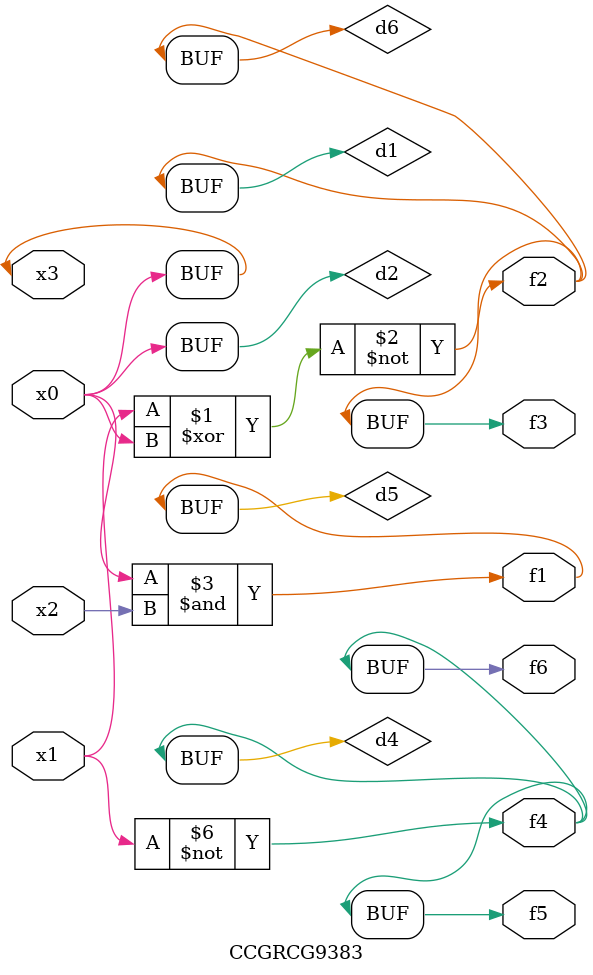
<source format=v>
module CCGRCG9383(
	input x0, x1, x2, x3,
	output f1, f2, f3, f4, f5, f6
);

	wire d1, d2, d3, d4, d5, d6;

	xnor (d1, x1, x3);
	buf (d2, x0, x3);
	nand (d3, x0, x2);
	not (d4, x1);
	nand (d5, d3);
	or (d6, d1);
	assign f1 = d5;
	assign f2 = d6;
	assign f3 = d6;
	assign f4 = d4;
	assign f5 = d4;
	assign f6 = d4;
endmodule

</source>
